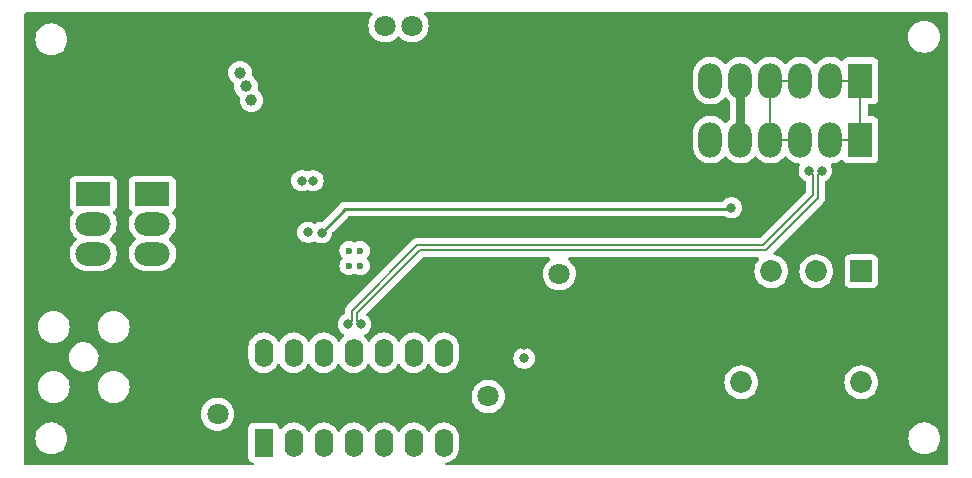
<source format=gbr>
%TF.GenerationSoftware,KiCad,Pcbnew,7.0.1*%
%TF.CreationDate,2023-12-13T14:51:24+00:00*%
%TF.ProjectId,UoB Amptek,556f4220-416d-4707-9465-6b2e6b696361,1*%
%TF.SameCoordinates,Original*%
%TF.FileFunction,Copper,L3,Inr*%
%TF.FilePolarity,Positive*%
%FSLAX46Y46*%
G04 Gerber Fmt 4.6, Leading zero omitted, Abs format (unit mm)*
G04 Created by KiCad (PCBNEW 7.0.1) date 2023-12-13 14:51:24*
%MOMM*%
%LPD*%
G01*
G04 APERTURE LIST*
%TA.AperFunction,ComponentPad*%
%ADD10R,3.000000X2.000000*%
%TD*%
%TA.AperFunction,ComponentPad*%
%ADD11O,3.000000X2.000000*%
%TD*%
%TA.AperFunction,ComponentPad*%
%ADD12C,0.600000*%
%TD*%
%TA.AperFunction,ComponentPad*%
%ADD13R,2.000000X3.000000*%
%TD*%
%TA.AperFunction,ComponentPad*%
%ADD14O,2.000000X3.000000*%
%TD*%
%TA.AperFunction,ComponentPad*%
%ADD15C,1.000000*%
%TD*%
%TA.AperFunction,ComponentPad*%
%ADD16R,1.600000X2.400000*%
%TD*%
%TA.AperFunction,ComponentPad*%
%ADD17O,1.600000X2.400000*%
%TD*%
%TA.AperFunction,ComponentPad*%
%ADD18R,1.850000X1.850000*%
%TD*%
%TA.AperFunction,ComponentPad*%
%ADD19C,1.850000*%
%TD*%
%TA.AperFunction,ViaPad*%
%ADD20C,1.800000*%
%TD*%
%TA.AperFunction,ViaPad*%
%ADD21C,0.800000*%
%TD*%
%TA.AperFunction,Conductor*%
%ADD22C,0.250000*%
%TD*%
%TA.AperFunction,Conductor*%
%ADD23C,0.200000*%
%TD*%
%TA.AperFunction,Conductor*%
%ADD24C,0.800000*%
%TD*%
G04 APERTURE END LIST*
D10*
%TO.N,/+9V*%
%TO.C,J1*%
X95678000Y-71221600D03*
X90678000Y-71221600D03*
D11*
%TO.N,GND*%
X95678000Y-73761600D03*
X90678000Y-73761600D03*
%TO.N,/-9V*%
X95678000Y-76301600D03*
X90678000Y-76301600D03*
%TD*%
D12*
%TO.N,GND*%
%TO.C,U4*%
X112316400Y-76037600D03*
X112316400Y-77327600D03*
X113286400Y-76037600D03*
X113286400Y-77327600D03*
%TD*%
D13*
%TO.N,/Vo-*%
%TO.C,J4*%
X155625800Y-66649600D03*
X155625800Y-61649600D03*
D14*
X153085800Y-66649600D03*
X153085800Y-61649600D03*
%TO.N,/Vo+*%
X150545800Y-66649600D03*
X150545800Y-61649600D03*
X148005800Y-66649600D03*
X148005800Y-61649600D03*
%TO.N,GND*%
X145465800Y-66649600D03*
X145465800Y-61649600D03*
%TO.N,/Vocm*%
X142925800Y-66649600D03*
X142925800Y-61649600D03*
%TD*%
D15*
%TO.N,unconnected-(TP2-Pad1)*%
%TO.C,IAC*%
X103100604Y-60971500D03*
%TO.N,N/C*%
X103608604Y-62139900D03*
X104065804Y-63333700D03*
%TD*%
D16*
%TO.N,Net-(U3-IN)*%
%TO.C,U3*%
X105105200Y-92303600D03*
D17*
%TO.N,GND*%
X107645200Y-92303600D03*
X110185200Y-92303600D03*
X112725200Y-92303600D03*
X115265200Y-92303600D03*
X117805200Y-92303600D03*
X120345200Y-92303600D03*
%TO.N,Net-(R4-Pad2)*%
X120345200Y-84683600D03*
%TO.N,GND*%
X117805200Y-84683600D03*
X115265200Y-84683600D03*
%TO.N,/+6V*%
X112725200Y-84683600D03*
%TO.N,Net-(U3-TMG-)*%
X110185200Y-84683600D03*
%TO.N,GND*%
X107645200Y-84683600D03*
%TO.N,unconnected-(U3-COMP-Pad14)*%
X105105200Y-84683600D03*
%TD*%
D18*
%TO.N,GND*%
%TO.C,PS1*%
X155702000Y-77800000D03*
D19*
%TO.N,/+1-5V HiVip*%
X151892000Y-77800000D03*
%TO.N,Net-(PS1-+HV)*%
X155702000Y-87198000D03*
%TO.N,GND*%
X145542000Y-87198000D03*
%TO.N,N/C*%
X148082000Y-77800000D03*
%TD*%
D20*
%TO.N,/+6V*%
X130124200Y-78003400D03*
D21*
X108837600Y-74498200D03*
D20*
X115366800Y-56997600D03*
X117652800Y-56997600D03*
D21*
X108331000Y-70129400D03*
X109270800Y-70129400D03*
X127152400Y-85166200D03*
%TO.N,/-6V*%
X115848000Y-70129400D03*
D20*
X133934200Y-56946800D03*
D21*
X127152400Y-84023200D03*
D20*
X131699000Y-56946800D03*
D21*
X116789200Y-70129400D03*
D20*
X126060200Y-77978000D03*
D21*
X116813200Y-74498200D03*
%TO.N,/Vo-*%
X113314800Y-82296000D03*
X152340800Y-69291200D03*
%TO.N,/Vo+*%
X151290800Y-69291200D03*
X112264800Y-82296000D03*
%TO.N,/Vocm*%
X110006000Y-74523600D03*
X144703800Y-72415400D03*
D20*
%TO.N,Net-(C20-Pad2)*%
X124104400Y-88392000D03*
X101193600Y-89890600D03*
%TD*%
D22*
%TO.N,/Vocm*%
X144602200Y-72517000D02*
X144703800Y-72415400D01*
X112012600Y-72517000D02*
X144602200Y-72517000D01*
X110006000Y-74523600D02*
X112012600Y-72517000D01*
D23*
%TO.N,/Vo+*%
X151640800Y-69641200D02*
X151290800Y-69291200D01*
X151640800Y-71341196D02*
X151640800Y-69641200D01*
X151469853Y-71512143D02*
X151640800Y-71341196D01*
%TO.N,/Vo-*%
X152040800Y-69591200D02*
X152340800Y-69291200D01*
X147599796Y-76018600D02*
X152040800Y-71577596D01*
X118304800Y-76018600D02*
X147599796Y-76018600D01*
X113014801Y-81308599D02*
X118304800Y-76018600D01*
X152040800Y-71577596D02*
X152040800Y-69591200D01*
X113014801Y-81996001D02*
X113014801Y-81308599D01*
X113314800Y-82296000D02*
X113014801Y-81996001D01*
%TO.N,/Vo+*%
X151290800Y-69291200D02*
X151590800Y-69591200D01*
X118118400Y-75568600D02*
X147413396Y-75568600D01*
X147413396Y-75568600D02*
X151469853Y-71512143D01*
X112564799Y-81122201D02*
X118118400Y-75568600D01*
X112564799Y-81996001D02*
X112564799Y-81122201D01*
X112264800Y-82296000D02*
X112564799Y-81996001D01*
D24*
%TO.N,GND*%
X145465800Y-66649600D02*
X145465800Y-61649600D01*
D23*
%TO.N,/Vo-*%
X155625800Y-61649600D02*
X153085800Y-61649600D01*
X153085800Y-66649600D02*
X155625800Y-66649600D01*
X155625800Y-66649600D02*
X155625800Y-61649600D01*
%TO.N,/Vo+*%
X148005800Y-66649600D02*
X150545800Y-66649600D01*
X148005800Y-61649600D02*
X148005800Y-66649600D01*
X150545800Y-61649600D02*
X148005800Y-61649600D01*
%TD*%
%TA.AperFunction,Conductor*%
%TO.N,/-6V*%
G36*
X114264743Y-55893053D02*
G01*
X114308463Y-55929466D01*
X114331319Y-55981570D01*
X114328498Y-56038397D01*
X114300594Y-56087982D01*
X114257822Y-56134444D01*
X114130876Y-56328750D01*
X114037644Y-56541296D01*
X114037642Y-56541300D01*
X114037643Y-56541300D01*
X114022187Y-56602336D01*
X113980665Y-56766300D01*
X113961499Y-56997599D01*
X113980665Y-57228899D01*
X113980665Y-57228901D01*
X113980666Y-57228905D01*
X114037643Y-57453900D01*
X114037644Y-57453903D01*
X114052676Y-57488172D01*
X114130876Y-57666449D01*
X114257821Y-57860753D01*
X114415016Y-58031513D01*
X114598174Y-58174070D01*
X114802297Y-58284536D01*
X114912058Y-58322217D01*
X115021815Y-58359897D01*
X115021817Y-58359897D01*
X115021819Y-58359898D01*
X115250751Y-58398100D01*
X115482848Y-58398100D01*
X115482849Y-58398100D01*
X115711781Y-58359898D01*
X115931303Y-58284536D01*
X116135426Y-58174070D01*
X116318584Y-58031513D01*
X116418571Y-57922896D01*
X116476059Y-57887560D01*
X116543541Y-57887560D01*
X116601028Y-57922896D01*
X116701016Y-58031513D01*
X116884174Y-58174070D01*
X117088297Y-58284536D01*
X117198058Y-58322217D01*
X117307815Y-58359897D01*
X117307817Y-58359897D01*
X117307819Y-58359898D01*
X117536751Y-58398100D01*
X117768848Y-58398100D01*
X117768849Y-58398100D01*
X117997781Y-58359898D01*
X118217303Y-58284536D01*
X118421426Y-58174070D01*
X118604584Y-58031513D01*
X118691222Y-57937399D01*
X159654940Y-57937399D01*
X159675536Y-58172807D01*
X159705474Y-58284536D01*
X159736697Y-58401063D01*
X159836565Y-58615229D01*
X159972105Y-58808801D01*
X160139199Y-58975895D01*
X160332771Y-59111435D01*
X160546937Y-59211303D01*
X160775192Y-59272463D01*
X160951632Y-59287900D01*
X160951634Y-59287900D01*
X161069566Y-59287900D01*
X161069568Y-59287900D01*
X161187193Y-59277608D01*
X161246008Y-59272463D01*
X161474263Y-59211303D01*
X161688429Y-59111435D01*
X161882001Y-58975895D01*
X162049095Y-58808801D01*
X162184635Y-58615230D01*
X162284503Y-58401063D01*
X162345663Y-58172808D01*
X162366259Y-57937400D01*
X162361898Y-57887560D01*
X162345663Y-57701992D01*
X162336139Y-57666449D01*
X162284503Y-57473737D01*
X162184635Y-57259571D01*
X162049095Y-57065999D01*
X161882001Y-56898905D01*
X161688429Y-56763365D01*
X161474263Y-56663497D01*
X161474262Y-56663496D01*
X161246007Y-56602336D01*
X161069568Y-56586900D01*
X161069566Y-56586900D01*
X160951634Y-56586900D01*
X160951632Y-56586900D01*
X160775192Y-56602336D01*
X160546936Y-56663497D01*
X160332770Y-56763365D01*
X160139198Y-56898905D01*
X159972108Y-57065995D01*
X159836564Y-57259572D01*
X159736697Y-57473737D01*
X159675536Y-57701992D01*
X159654940Y-57937399D01*
X118691222Y-57937399D01*
X118761779Y-57860753D01*
X118888724Y-57666449D01*
X118981957Y-57453900D01*
X119038934Y-57228905D01*
X119058100Y-56997600D01*
X119038934Y-56766295D01*
X118981957Y-56541300D01*
X118888724Y-56328751D01*
X118761779Y-56134447D01*
X118761778Y-56134446D01*
X118761777Y-56134444D01*
X118719006Y-56087982D01*
X118691102Y-56038397D01*
X118688281Y-55981570D01*
X118711137Y-55929466D01*
X118754857Y-55893053D01*
X118810236Y-55880000D01*
X162944000Y-55880000D01*
X163006000Y-55896613D01*
X163051387Y-55942000D01*
X163068000Y-56004000D01*
X163068000Y-94110000D01*
X163051387Y-94172000D01*
X163006000Y-94217387D01*
X162944000Y-94234000D01*
X120600292Y-94234000D01*
X120543035Y-94219989D01*
X120498717Y-94181123D01*
X120477353Y-94126185D01*
X120483770Y-94067590D01*
X120516519Y-94018578D01*
X120568198Y-93990225D01*
X120616306Y-93977334D01*
X120791696Y-93930339D01*
X120997934Y-93834168D01*
X121184339Y-93703647D01*
X121345247Y-93542739D01*
X121475768Y-93356334D01*
X121571939Y-93150096D01*
X121630835Y-92930292D01*
X121645700Y-92760384D01*
X121645700Y-91947999D01*
X159680340Y-91947999D01*
X159700936Y-92183407D01*
X159762097Y-92411662D01*
X159762097Y-92411663D01*
X159861965Y-92625829D01*
X159997505Y-92819401D01*
X160164599Y-92986495D01*
X160358171Y-93122035D01*
X160572337Y-93221903D01*
X160800592Y-93283063D01*
X160977032Y-93298500D01*
X160977034Y-93298500D01*
X161094966Y-93298500D01*
X161094968Y-93298500D01*
X161212593Y-93288208D01*
X161271408Y-93283063D01*
X161499663Y-93221903D01*
X161713829Y-93122035D01*
X161907401Y-92986495D01*
X162074495Y-92819401D01*
X162210035Y-92625830D01*
X162309903Y-92411663D01*
X162371063Y-92183408D01*
X162391659Y-91948000D01*
X162371063Y-91712592D01*
X162309903Y-91484337D01*
X162210035Y-91270171D01*
X162074495Y-91076599D01*
X161907401Y-90909505D01*
X161713829Y-90773965D01*
X161499663Y-90674097D01*
X161271407Y-90612936D01*
X161094968Y-90597500D01*
X161094966Y-90597500D01*
X160977034Y-90597500D01*
X160977032Y-90597500D01*
X160800592Y-90612936D01*
X160572336Y-90674097D01*
X160358170Y-90773965D01*
X160164598Y-90909505D01*
X159997508Y-91076595D01*
X159997505Y-91076598D01*
X159997505Y-91076599D01*
X159875484Y-91250864D01*
X159861964Y-91270172D01*
X159762097Y-91484337D01*
X159700936Y-91712592D01*
X159680340Y-91947999D01*
X121645700Y-91947999D01*
X121645700Y-91846816D01*
X121630835Y-91676908D01*
X121571939Y-91457104D01*
X121475768Y-91250866D01*
X121424422Y-91177536D01*
X121345246Y-91064459D01*
X121184340Y-90903553D01*
X120997935Y-90773032D01*
X120791697Y-90676861D01*
X120571889Y-90617964D01*
X120345200Y-90598131D01*
X120118510Y-90617964D01*
X119898702Y-90676861D01*
X119692464Y-90773032D01*
X119506059Y-90903553D01*
X119345153Y-91064459D01*
X119214633Y-91250863D01*
X119187582Y-91308875D01*
X119141825Y-91361050D01*
X119075200Y-91380469D01*
X119008575Y-91361050D01*
X118962818Y-91308875D01*
X118935768Y-91250866D01*
X118849877Y-91128200D01*
X118805246Y-91064459D01*
X118644340Y-90903553D01*
X118457935Y-90773032D01*
X118251697Y-90676861D01*
X118031889Y-90617964D01*
X117805200Y-90598131D01*
X117578510Y-90617964D01*
X117358702Y-90676861D01*
X117152464Y-90773032D01*
X116966059Y-90903553D01*
X116805153Y-91064459D01*
X116674633Y-91250863D01*
X116647582Y-91308875D01*
X116601825Y-91361050D01*
X116535200Y-91380469D01*
X116468575Y-91361050D01*
X116422818Y-91308875D01*
X116395768Y-91250866D01*
X116309877Y-91128200D01*
X116265246Y-91064459D01*
X116104340Y-90903553D01*
X115917935Y-90773032D01*
X115711697Y-90676861D01*
X115491889Y-90617964D01*
X115265200Y-90598131D01*
X115038510Y-90617964D01*
X114818702Y-90676861D01*
X114612464Y-90773032D01*
X114426059Y-90903553D01*
X114265153Y-91064459D01*
X114134633Y-91250863D01*
X114107582Y-91308875D01*
X114061825Y-91361050D01*
X113995200Y-91380469D01*
X113928575Y-91361050D01*
X113882818Y-91308875D01*
X113855768Y-91250866D01*
X113769877Y-91128200D01*
X113725246Y-91064459D01*
X113564340Y-90903553D01*
X113377935Y-90773032D01*
X113171697Y-90676861D01*
X112951889Y-90617964D01*
X112725200Y-90598131D01*
X112498510Y-90617964D01*
X112278702Y-90676861D01*
X112072464Y-90773032D01*
X111886059Y-90903553D01*
X111725153Y-91064459D01*
X111594633Y-91250863D01*
X111567582Y-91308875D01*
X111521825Y-91361050D01*
X111455200Y-91380469D01*
X111388575Y-91361050D01*
X111342818Y-91308875D01*
X111315768Y-91250866D01*
X111229877Y-91128200D01*
X111185246Y-91064459D01*
X111024340Y-90903553D01*
X110837935Y-90773032D01*
X110631697Y-90676861D01*
X110411889Y-90617964D01*
X110185200Y-90598131D01*
X109958510Y-90617964D01*
X109738702Y-90676861D01*
X109532464Y-90773032D01*
X109346059Y-90903553D01*
X109185153Y-91064459D01*
X109054633Y-91250863D01*
X109027582Y-91308875D01*
X108981825Y-91361050D01*
X108915200Y-91380469D01*
X108848575Y-91361050D01*
X108802818Y-91308875D01*
X108775768Y-91250866D01*
X108689877Y-91128200D01*
X108645246Y-91064459D01*
X108484340Y-90903553D01*
X108297935Y-90773032D01*
X108091697Y-90676861D01*
X107871889Y-90617964D01*
X107645200Y-90598131D01*
X107418510Y-90617964D01*
X107198702Y-90676861D01*
X106992464Y-90773032D01*
X106806059Y-90903553D01*
X106645151Y-91064461D01*
X106627925Y-91089063D01*
X106583082Y-91128200D01*
X106525169Y-91141933D01*
X106467528Y-91127099D01*
X106423439Y-91087114D01*
X106403061Y-91031192D01*
X106399291Y-90996117D01*
X106348996Y-90861269D01*
X106262746Y-90746054D01*
X106147531Y-90659804D01*
X106012683Y-90609509D01*
X105953073Y-90603100D01*
X105953069Y-90603100D01*
X104257330Y-90603100D01*
X104197715Y-90609509D01*
X104062869Y-90659804D01*
X103947654Y-90746054D01*
X103861404Y-90861268D01*
X103811109Y-90996116D01*
X103804700Y-91055730D01*
X103804700Y-93551469D01*
X103811109Y-93611083D01*
X103861404Y-93745931D01*
X103947654Y-93861146D01*
X104062869Y-93947396D01*
X104175045Y-93989235D01*
X104187333Y-93993818D01*
X104242195Y-94034280D01*
X104267380Y-94097626D01*
X104255276Y-94164711D01*
X104209542Y-94215262D01*
X104143999Y-94234000D01*
X84960000Y-94234000D01*
X84898000Y-94217387D01*
X84852613Y-94172000D01*
X84836000Y-94110000D01*
X84836000Y-91947999D01*
X85766340Y-91947999D01*
X85786936Y-92183407D01*
X85848097Y-92411662D01*
X85848097Y-92411663D01*
X85947965Y-92625829D01*
X86083505Y-92819401D01*
X86250599Y-92986495D01*
X86444171Y-93122035D01*
X86658337Y-93221903D01*
X86886592Y-93283063D01*
X87063032Y-93298500D01*
X87063034Y-93298500D01*
X87180966Y-93298500D01*
X87180968Y-93298500D01*
X87298593Y-93288208D01*
X87357408Y-93283063D01*
X87585663Y-93221903D01*
X87799829Y-93122035D01*
X87993401Y-92986495D01*
X88160495Y-92819401D01*
X88296035Y-92625830D01*
X88395903Y-92411663D01*
X88457063Y-92183408D01*
X88477659Y-91948000D01*
X88457063Y-91712592D01*
X88395903Y-91484337D01*
X88296035Y-91270171D01*
X88160495Y-91076599D01*
X87993401Y-90909505D01*
X87799829Y-90773965D01*
X87585663Y-90674097D01*
X87357407Y-90612936D01*
X87180968Y-90597500D01*
X87180966Y-90597500D01*
X87063034Y-90597500D01*
X87063032Y-90597500D01*
X86886592Y-90612936D01*
X86658336Y-90674097D01*
X86444170Y-90773965D01*
X86250598Y-90909505D01*
X86083508Y-91076595D01*
X86083505Y-91076598D01*
X86083505Y-91076599D01*
X85961484Y-91250864D01*
X85947964Y-91270172D01*
X85848097Y-91484337D01*
X85786936Y-91712592D01*
X85766340Y-91947999D01*
X84836000Y-91947999D01*
X84836000Y-89890600D01*
X99788299Y-89890600D01*
X99807465Y-90121899D01*
X99807465Y-90121901D01*
X99807466Y-90121905D01*
X99864443Y-90346900D01*
X99957676Y-90559449D01*
X100084621Y-90753753D01*
X100241816Y-90924513D01*
X100424974Y-91067070D01*
X100629097Y-91177536D01*
X100738857Y-91215216D01*
X100848615Y-91252897D01*
X100848617Y-91252897D01*
X100848619Y-91252898D01*
X101077551Y-91291100D01*
X101309648Y-91291100D01*
X101309649Y-91291100D01*
X101538581Y-91252898D01*
X101758103Y-91177536D01*
X101962226Y-91067070D01*
X102145384Y-90924513D01*
X102302579Y-90753753D01*
X102429524Y-90559449D01*
X102522757Y-90346900D01*
X102579734Y-90121905D01*
X102598900Y-89890600D01*
X102579734Y-89659295D01*
X102522757Y-89434300D01*
X102429524Y-89221751D01*
X102302579Y-89027447D01*
X102145384Y-88856687D01*
X101962226Y-88714130D01*
X101758103Y-88603664D01*
X101758099Y-88603662D01*
X101758098Y-88603662D01*
X101538584Y-88528302D01*
X101366882Y-88499650D01*
X101309649Y-88490100D01*
X101077551Y-88490100D01*
X101031764Y-88497740D01*
X100848615Y-88528302D01*
X100629101Y-88603662D01*
X100629097Y-88603663D01*
X100629097Y-88603664D01*
X100493015Y-88677307D01*
X100424972Y-88714131D01*
X100241815Y-88856687D01*
X100084620Y-89027448D01*
X99957676Y-89221750D01*
X99864444Y-89434296D01*
X99807465Y-89659300D01*
X99788299Y-89890600D01*
X84836000Y-89890600D01*
X84836000Y-89340099D01*
X85359500Y-89340099D01*
X85359617Y-89340383D01*
X85359808Y-89340461D01*
X85359999Y-89340541D01*
X85360000Y-89340541D01*
X85360001Y-89340541D01*
X85360127Y-89340488D01*
X85360383Y-89340383D01*
X85360500Y-89340099D01*
X85360500Y-87580000D01*
X85964340Y-87580000D01*
X85984936Y-87815407D01*
X86046096Y-88043662D01*
X86046097Y-88043663D01*
X86145965Y-88257829D01*
X86281505Y-88451401D01*
X86448599Y-88618495D01*
X86642171Y-88754035D01*
X86856337Y-88853903D01*
X87084591Y-88915062D01*
X87084592Y-88915063D01*
X87261032Y-88930500D01*
X87261034Y-88930500D01*
X87378966Y-88930500D01*
X87378968Y-88930500D01*
X87496593Y-88920208D01*
X87555408Y-88915063D01*
X87783663Y-88853903D01*
X87997829Y-88754035D01*
X88191401Y-88618495D01*
X88358495Y-88451401D01*
X88494035Y-88257830D01*
X88593903Y-88043663D01*
X88655063Y-87815408D01*
X88675659Y-87580000D01*
X91044340Y-87580000D01*
X91064936Y-87815407D01*
X91126096Y-88043662D01*
X91126097Y-88043663D01*
X91225965Y-88257829D01*
X91361505Y-88451401D01*
X91528599Y-88618495D01*
X91722171Y-88754035D01*
X91936337Y-88853903D01*
X92164591Y-88915062D01*
X92164592Y-88915063D01*
X92341032Y-88930500D01*
X92341034Y-88930500D01*
X92458966Y-88930500D01*
X92458968Y-88930500D01*
X92576593Y-88920208D01*
X92635408Y-88915063D01*
X92863663Y-88853903D01*
X93077829Y-88754035D01*
X93271401Y-88618495D01*
X93438495Y-88451401D01*
X93480089Y-88391999D01*
X122699099Y-88391999D01*
X122718265Y-88623299D01*
X122718265Y-88623301D01*
X122718266Y-88623305D01*
X122751372Y-88754035D01*
X122775244Y-88848303D01*
X122778922Y-88856687D01*
X122868476Y-89060849D01*
X122995421Y-89255153D01*
X123152616Y-89425913D01*
X123335774Y-89568470D01*
X123539897Y-89678936D01*
X123649657Y-89716616D01*
X123759415Y-89754297D01*
X123759417Y-89754297D01*
X123759419Y-89754298D01*
X123988351Y-89792500D01*
X124220448Y-89792500D01*
X124220449Y-89792500D01*
X124449381Y-89754298D01*
X124668903Y-89678936D01*
X124873026Y-89568470D01*
X125056184Y-89425913D01*
X125213379Y-89255153D01*
X125340324Y-89060849D01*
X125433557Y-88848300D01*
X125490534Y-88623305D01*
X125509700Y-88392000D01*
X125490534Y-88160695D01*
X125433557Y-87935700D01*
X125340324Y-87723151D01*
X125213379Y-87528847D01*
X125056184Y-87358087D01*
X124873026Y-87215530D01*
X124840633Y-87198000D01*
X144111614Y-87198000D01*
X144131123Y-87433429D01*
X144131123Y-87433432D01*
X144131124Y-87433434D01*
X144168239Y-87580000D01*
X144189118Y-87662447D01*
X144284013Y-87878788D01*
X144413226Y-88076563D01*
X144573223Y-88250365D01*
X144573227Y-88250368D01*
X144759654Y-88395470D01*
X144967421Y-88507908D01*
X145026826Y-88528302D01*
X145190857Y-88584615D01*
X145190859Y-88584615D01*
X145190861Y-88584616D01*
X145423880Y-88623500D01*
X145660119Y-88623500D01*
X145660120Y-88623500D01*
X145893139Y-88584616D01*
X146116579Y-88507908D01*
X146324346Y-88395470D01*
X146510773Y-88250368D01*
X146670775Y-88076561D01*
X146799986Y-87878788D01*
X146894883Y-87662445D01*
X146952876Y-87433434D01*
X146972385Y-87198000D01*
X154271614Y-87198000D01*
X154291123Y-87433429D01*
X154291123Y-87433432D01*
X154291124Y-87433434D01*
X154328239Y-87580000D01*
X154349118Y-87662447D01*
X154444013Y-87878788D01*
X154573226Y-88076563D01*
X154733223Y-88250365D01*
X154733227Y-88250368D01*
X154919654Y-88395470D01*
X155127421Y-88507908D01*
X155186826Y-88528302D01*
X155350857Y-88584615D01*
X155350859Y-88584615D01*
X155350861Y-88584616D01*
X155583880Y-88623500D01*
X155820119Y-88623500D01*
X155820120Y-88623500D01*
X156053139Y-88584616D01*
X156276579Y-88507908D01*
X156484346Y-88395470D01*
X156670773Y-88250368D01*
X156830775Y-88076561D01*
X156959986Y-87878788D01*
X157054883Y-87662445D01*
X157112876Y-87433434D01*
X157132385Y-87198000D01*
X157112876Y-86962566D01*
X157054883Y-86733555D01*
X156959986Y-86517212D01*
X156959986Y-86517211D01*
X156830773Y-86319436D01*
X156670776Y-86145634D01*
X156555312Y-86055765D01*
X156484346Y-86000530D01*
X156276579Y-85888092D01*
X156276575Y-85888090D01*
X156276574Y-85888090D01*
X156053142Y-85811384D01*
X155878374Y-85782220D01*
X155820120Y-85772500D01*
X155583880Y-85772500D01*
X155537276Y-85780276D01*
X155350857Y-85811384D01*
X155127425Y-85888090D01*
X155127421Y-85888091D01*
X155127421Y-85888092D01*
X155063399Y-85922739D01*
X154919652Y-86000531D01*
X154733223Y-86145634D01*
X154573226Y-86319436D01*
X154444013Y-86517211D01*
X154349118Y-86733552D01*
X154291123Y-86962570D01*
X154271614Y-87198000D01*
X146972385Y-87198000D01*
X146952876Y-86962566D01*
X146894883Y-86733555D01*
X146799986Y-86517212D01*
X146799986Y-86517211D01*
X146670773Y-86319436D01*
X146510776Y-86145634D01*
X146395312Y-86055765D01*
X146324346Y-86000530D01*
X146116579Y-85888092D01*
X146116575Y-85888090D01*
X146116574Y-85888090D01*
X145893142Y-85811384D01*
X145718374Y-85782220D01*
X145660120Y-85772500D01*
X145423880Y-85772500D01*
X145377276Y-85780276D01*
X145190857Y-85811384D01*
X144967425Y-85888090D01*
X144967421Y-85888091D01*
X144967421Y-85888092D01*
X144903399Y-85922739D01*
X144759652Y-86000531D01*
X144573223Y-86145634D01*
X144413226Y-86319436D01*
X144284013Y-86517211D01*
X144189118Y-86733552D01*
X144131123Y-86962570D01*
X144111614Y-87198000D01*
X124840633Y-87198000D01*
X124668903Y-87105064D01*
X124668899Y-87105062D01*
X124668898Y-87105062D01*
X124449384Y-87029702D01*
X124277681Y-87001050D01*
X124220449Y-86991500D01*
X123988351Y-86991500D01*
X123942564Y-86999140D01*
X123759415Y-87029702D01*
X123539901Y-87105062D01*
X123539897Y-87105063D01*
X123539897Y-87105064D01*
X123403815Y-87178707D01*
X123335772Y-87215531D01*
X123152615Y-87358087D01*
X122995420Y-87528848D01*
X122868476Y-87723150D01*
X122775244Y-87935696D01*
X122718265Y-88160700D01*
X122699099Y-88391999D01*
X93480089Y-88391999D01*
X93574035Y-88257830D01*
X93673903Y-88043663D01*
X93735063Y-87815408D01*
X93755659Y-87580000D01*
X93735063Y-87344592D01*
X93673903Y-87116337D01*
X93574035Y-86902171D01*
X93438495Y-86708599D01*
X93271401Y-86541505D01*
X93077829Y-86405965D01*
X92863663Y-86306097D01*
X92635407Y-86244936D01*
X92458968Y-86229500D01*
X92458966Y-86229500D01*
X92341034Y-86229500D01*
X92341032Y-86229500D01*
X92164592Y-86244936D01*
X91936336Y-86306097D01*
X91722170Y-86405965D01*
X91528598Y-86541505D01*
X91361508Y-86708595D01*
X91225964Y-86902172D01*
X91126097Y-87116337D01*
X91064936Y-87344592D01*
X91044340Y-87580000D01*
X88675659Y-87580000D01*
X88655063Y-87344592D01*
X88593903Y-87116337D01*
X88494035Y-86902171D01*
X88358495Y-86708599D01*
X88191401Y-86541505D01*
X87997829Y-86405965D01*
X87783663Y-86306097D01*
X87555407Y-86244936D01*
X87378968Y-86229500D01*
X87378966Y-86229500D01*
X87261034Y-86229500D01*
X87261032Y-86229500D01*
X87084592Y-86244936D01*
X86856336Y-86306097D01*
X86642170Y-86405965D01*
X86448598Y-86541505D01*
X86281508Y-86708595D01*
X86145964Y-86902172D01*
X86046097Y-87116337D01*
X85984936Y-87344592D01*
X85964340Y-87580000D01*
X85360500Y-87580000D01*
X85360500Y-85096328D01*
X88605709Y-85096328D01*
X88635925Y-85319388D01*
X88704388Y-85530096D01*
X88705483Y-85533464D01*
X88812148Y-85731681D01*
X88912032Y-85856931D01*
X88936880Y-85888090D01*
X88952492Y-85907666D01*
X89122004Y-86055765D01*
X89122006Y-86055766D01*
X89315237Y-86171216D01*
X89433214Y-86215493D01*
X89525976Y-86250307D01*
X89747453Y-86290500D01*
X89916153Y-86290500D01*
X89916155Y-86290500D01*
X90084188Y-86275377D01*
X90301170Y-86215493D01*
X90503973Y-86117829D01*
X90686078Y-85985522D01*
X90841632Y-85822825D01*
X90965635Y-85634968D01*
X91054103Y-85427988D01*
X91104191Y-85208537D01*
X91107252Y-85140386D01*
X103804700Y-85140386D01*
X103819564Y-85310289D01*
X103878461Y-85530097D01*
X103974632Y-85736335D01*
X104105153Y-85922740D01*
X104266059Y-86083646D01*
X104452464Y-86214167D01*
X104452465Y-86214167D01*
X104452466Y-86214168D01*
X104658704Y-86310339D01*
X104878508Y-86369235D01*
X105105200Y-86389068D01*
X105331892Y-86369235D01*
X105551696Y-86310339D01*
X105757934Y-86214168D01*
X105944339Y-86083647D01*
X106105247Y-85922739D01*
X106235768Y-85736334D01*
X106262818Y-85678324D01*
X106308575Y-85626149D01*
X106375200Y-85606729D01*
X106441825Y-85626149D01*
X106487582Y-85678325D01*
X106514631Y-85736333D01*
X106645153Y-85922740D01*
X106806059Y-86083646D01*
X106992464Y-86214167D01*
X106992465Y-86214167D01*
X106992466Y-86214168D01*
X107198704Y-86310339D01*
X107418508Y-86369235D01*
X107645200Y-86389068D01*
X107871892Y-86369235D01*
X108091696Y-86310339D01*
X108297934Y-86214168D01*
X108484339Y-86083647D01*
X108645247Y-85922739D01*
X108775768Y-85736334D01*
X108802818Y-85678324D01*
X108848575Y-85626149D01*
X108915200Y-85606729D01*
X108981825Y-85626149D01*
X109027582Y-85678325D01*
X109054631Y-85736333D01*
X109185153Y-85922740D01*
X109346059Y-86083646D01*
X109532464Y-86214167D01*
X109532465Y-86214167D01*
X109532466Y-86214168D01*
X109738704Y-86310339D01*
X109958508Y-86369235D01*
X110185200Y-86389068D01*
X110411892Y-86369235D01*
X110631696Y-86310339D01*
X110837934Y-86214168D01*
X111024339Y-86083647D01*
X111185247Y-85922739D01*
X111315768Y-85736334D01*
X111342818Y-85678324D01*
X111388575Y-85626149D01*
X111455200Y-85606729D01*
X111521825Y-85626149D01*
X111567582Y-85678325D01*
X111594631Y-85736333D01*
X111725153Y-85922740D01*
X111886059Y-86083646D01*
X112072464Y-86214167D01*
X112072465Y-86214167D01*
X112072466Y-86214168D01*
X112278704Y-86310339D01*
X112498508Y-86369235D01*
X112725200Y-86389068D01*
X112951892Y-86369235D01*
X113171696Y-86310339D01*
X113377934Y-86214168D01*
X113564339Y-86083647D01*
X113725247Y-85922739D01*
X113855768Y-85736334D01*
X113882818Y-85678324D01*
X113928575Y-85626149D01*
X113995200Y-85606729D01*
X114061825Y-85626149D01*
X114107582Y-85678325D01*
X114134631Y-85736333D01*
X114265153Y-85922740D01*
X114426059Y-86083646D01*
X114612464Y-86214167D01*
X114612465Y-86214167D01*
X114612466Y-86214168D01*
X114818704Y-86310339D01*
X115038508Y-86369235D01*
X115265200Y-86389068D01*
X115491892Y-86369235D01*
X115711696Y-86310339D01*
X115917934Y-86214168D01*
X116104339Y-86083647D01*
X116265247Y-85922739D01*
X116395768Y-85736334D01*
X116422818Y-85678324D01*
X116468575Y-85626149D01*
X116535200Y-85606729D01*
X116601825Y-85626149D01*
X116647582Y-85678325D01*
X116674631Y-85736333D01*
X116805153Y-85922740D01*
X116966059Y-86083646D01*
X117152464Y-86214167D01*
X117152465Y-86214167D01*
X117152466Y-86214168D01*
X117358704Y-86310339D01*
X117578508Y-86369235D01*
X117805200Y-86389068D01*
X118031892Y-86369235D01*
X118251696Y-86310339D01*
X118457934Y-86214168D01*
X118644339Y-86083647D01*
X118805247Y-85922739D01*
X118935768Y-85736334D01*
X118962818Y-85678324D01*
X119008575Y-85626149D01*
X119075200Y-85606729D01*
X119141825Y-85626149D01*
X119187582Y-85678325D01*
X119214631Y-85736333D01*
X119345153Y-85922740D01*
X119506059Y-86083646D01*
X119692464Y-86214167D01*
X119692465Y-86214167D01*
X119692466Y-86214168D01*
X119898704Y-86310339D01*
X120118508Y-86369235D01*
X120345200Y-86389068D01*
X120571892Y-86369235D01*
X120791696Y-86310339D01*
X120997934Y-86214168D01*
X121184339Y-86083647D01*
X121345247Y-85922739D01*
X121475768Y-85736334D01*
X121571939Y-85530096D01*
X121630835Y-85310292D01*
X121639754Y-85208347D01*
X121643442Y-85166199D01*
X126246940Y-85166199D01*
X126266726Y-85354457D01*
X126325220Y-85534484D01*
X126419866Y-85698416D01*
X126546529Y-85839089D01*
X126699669Y-85950351D01*
X126872597Y-86027344D01*
X127057752Y-86066700D01*
X127057754Y-86066700D01*
X127247046Y-86066700D01*
X127247048Y-86066700D01*
X127370483Y-86040462D01*
X127432203Y-86027344D01*
X127605130Y-85950351D01*
X127605130Y-85950350D01*
X127758270Y-85839089D01*
X127884933Y-85698416D01*
X127979579Y-85534484D01*
X127981005Y-85530096D01*
X128038074Y-85354456D01*
X128057860Y-85166200D01*
X128038074Y-84977944D01*
X127979579Y-84797916D01*
X127979579Y-84797915D01*
X127884933Y-84633983D01*
X127758270Y-84493310D01*
X127605130Y-84382048D01*
X127432202Y-84305055D01*
X127247048Y-84265700D01*
X127247046Y-84265700D01*
X127057754Y-84265700D01*
X127057752Y-84265700D01*
X126872597Y-84305055D01*
X126699669Y-84382048D01*
X126546529Y-84493310D01*
X126419866Y-84633983D01*
X126325220Y-84797915D01*
X126266726Y-84977942D01*
X126246940Y-85166199D01*
X121643442Y-85166199D01*
X121645700Y-85140386D01*
X121645700Y-84226814D01*
X121630835Y-84056910D01*
X121630835Y-84056908D01*
X121571939Y-83837104D01*
X121475768Y-83630866D01*
X121345247Y-83444461D01*
X121345246Y-83444459D01*
X121184340Y-83283553D01*
X120997935Y-83153032D01*
X120791697Y-83056861D01*
X120571889Y-82997964D01*
X120345200Y-82978131D01*
X120118510Y-82997964D01*
X119898702Y-83056861D01*
X119692464Y-83153032D01*
X119506059Y-83283553D01*
X119345153Y-83444459D01*
X119214633Y-83630863D01*
X119187582Y-83688875D01*
X119141825Y-83741050D01*
X119075200Y-83760469D01*
X119008575Y-83741050D01*
X118962818Y-83688875D01*
X118955898Y-83674035D01*
X118935768Y-83630866D01*
X118805247Y-83444461D01*
X118805246Y-83444459D01*
X118644340Y-83283553D01*
X118457935Y-83153032D01*
X118251697Y-83056861D01*
X118031889Y-82997964D01*
X117805200Y-82978131D01*
X117578510Y-82997964D01*
X117358702Y-83056861D01*
X117152464Y-83153032D01*
X116966059Y-83283553D01*
X116805153Y-83444459D01*
X116674633Y-83630863D01*
X116647582Y-83688875D01*
X116601825Y-83741050D01*
X116535200Y-83760469D01*
X116468575Y-83741050D01*
X116422818Y-83688875D01*
X116415898Y-83674035D01*
X116395768Y-83630866D01*
X116265247Y-83444461D01*
X116265246Y-83444459D01*
X116104340Y-83283553D01*
X115917935Y-83153032D01*
X115711697Y-83056861D01*
X115491889Y-82997964D01*
X115265200Y-82978131D01*
X115038510Y-82997964D01*
X114818702Y-83056861D01*
X114612464Y-83153032D01*
X114426059Y-83283553D01*
X114265153Y-83444459D01*
X114134633Y-83630863D01*
X114107582Y-83688875D01*
X114061825Y-83741050D01*
X113995200Y-83760469D01*
X113928575Y-83741050D01*
X113882818Y-83688875D01*
X113875898Y-83674035D01*
X113855768Y-83630866D01*
X113725247Y-83444461D01*
X113725246Y-83444459D01*
X113613773Y-83332986D01*
X113583032Y-83282076D01*
X113579530Y-83222708D01*
X113604075Y-83168537D01*
X113651016Y-83132026D01*
X113767530Y-83080151D01*
X113767530Y-83080150D01*
X113767532Y-83080150D01*
X113920670Y-82968889D01*
X113925377Y-82963662D01*
X114047333Y-82828216D01*
X114141979Y-82664284D01*
X114200474Y-82484256D01*
X114220260Y-82296000D01*
X114200474Y-82107744D01*
X114141979Y-81927716D01*
X114141979Y-81927715D01*
X114047333Y-81763783D01*
X113920671Y-81623112D01*
X113823161Y-81552266D01*
X113787857Y-81512537D01*
X113772429Y-81461677D01*
X113779711Y-81409029D01*
X113808364Y-81364269D01*
X118517215Y-76655419D01*
X118557444Y-76628539D01*
X118604897Y-76619100D01*
X129261395Y-76619100D01*
X129320413Y-76634045D01*
X129365204Y-76675279D01*
X129384971Y-76732860D01*
X129374951Y-76792911D01*
X129337558Y-76840951D01*
X129253464Y-76906405D01*
X129172415Y-76969487D01*
X129015220Y-77140248D01*
X128888276Y-77334550D01*
X128795044Y-77547096D01*
X128795042Y-77547100D01*
X128795043Y-77547100D01*
X128762117Y-77677123D01*
X128738065Y-77772100D01*
X128718899Y-78003400D01*
X128738065Y-78234699D01*
X128738065Y-78234701D01*
X128738066Y-78234705D01*
X128795043Y-78459700D01*
X128888276Y-78672249D01*
X129015221Y-78866553D01*
X129172416Y-79037313D01*
X129355574Y-79179870D01*
X129559697Y-79290336D01*
X129669458Y-79328017D01*
X129779215Y-79365697D01*
X129779217Y-79365697D01*
X129779219Y-79365698D01*
X130008151Y-79403900D01*
X130240248Y-79403900D01*
X130240249Y-79403900D01*
X130469181Y-79365698D01*
X130688703Y-79290336D01*
X130892826Y-79179870D01*
X131075984Y-79037313D01*
X131233179Y-78866553D01*
X131360124Y-78672249D01*
X131453357Y-78459700D01*
X131510334Y-78234705D01*
X131529500Y-78003400D01*
X131510334Y-77772095D01*
X131453357Y-77547100D01*
X131360124Y-77334551D01*
X131233179Y-77140247D01*
X131075984Y-76969487D01*
X130910841Y-76840951D01*
X130873449Y-76792911D01*
X130863429Y-76732860D01*
X130883196Y-76675279D01*
X130927987Y-76634045D01*
X130987005Y-76619100D01*
X146948856Y-76619100D01*
X147004236Y-76632154D01*
X147047955Y-76668566D01*
X147070811Y-76720671D01*
X147067989Y-76777498D01*
X147040085Y-76827083D01*
X146953226Y-76921435D01*
X146824013Y-77119211D01*
X146729118Y-77335552D01*
X146671123Y-77564570D01*
X146651614Y-77800000D01*
X146671123Y-78035429D01*
X146671123Y-78035432D01*
X146671124Y-78035434D01*
X146721584Y-78234699D01*
X146729118Y-78264447D01*
X146824013Y-78480788D01*
X146953226Y-78678563D01*
X147113223Y-78852365D01*
X147113227Y-78852368D01*
X147299654Y-78997470D01*
X147507421Y-79109908D01*
X147619141Y-79148262D01*
X147730857Y-79186615D01*
X147730859Y-79186615D01*
X147730861Y-79186616D01*
X147963880Y-79225500D01*
X148200119Y-79225500D01*
X148200120Y-79225500D01*
X148433139Y-79186616D01*
X148656579Y-79109908D01*
X148864346Y-78997470D01*
X149050773Y-78852368D01*
X149210775Y-78678561D01*
X149339986Y-78480788D01*
X149434883Y-78264445D01*
X149492876Y-78035434D01*
X149512385Y-77800000D01*
X150461614Y-77800000D01*
X150481123Y-78035429D01*
X150481123Y-78035432D01*
X150481124Y-78035434D01*
X150531584Y-78234699D01*
X150539118Y-78264447D01*
X150634013Y-78480788D01*
X150763226Y-78678563D01*
X150923223Y-78852365D01*
X150923227Y-78852368D01*
X151109654Y-78997470D01*
X151317421Y-79109908D01*
X151429141Y-79148262D01*
X151540857Y-79186615D01*
X151540859Y-79186615D01*
X151540861Y-79186616D01*
X151773880Y-79225500D01*
X152010119Y-79225500D01*
X152010120Y-79225500D01*
X152243139Y-79186616D01*
X152466579Y-79109908D01*
X152674346Y-78997470D01*
X152860773Y-78852368D01*
X152933958Y-78772869D01*
X154276500Y-78772869D01*
X154282909Y-78832484D01*
X154295616Y-78866553D01*
X154333204Y-78967331D01*
X154419454Y-79082546D01*
X154534669Y-79168796D01*
X154669517Y-79219091D01*
X154729127Y-79225500D01*
X156674872Y-79225499D01*
X156734483Y-79219091D01*
X156869331Y-79168796D01*
X156984546Y-79082546D01*
X157070796Y-78967331D01*
X157121091Y-78832483D01*
X157127500Y-78772873D01*
X157127499Y-76827128D01*
X157121091Y-76767517D01*
X157070796Y-76632669D01*
X156984546Y-76517454D01*
X156869331Y-76431204D01*
X156734483Y-76380909D01*
X156674873Y-76374500D01*
X156674869Y-76374500D01*
X154729130Y-76374500D01*
X154669515Y-76380909D01*
X154534669Y-76431204D01*
X154419454Y-76517454D01*
X154333204Y-76632668D01*
X154282909Y-76767515D01*
X154282909Y-76767517D01*
X154276522Y-76826930D01*
X154276500Y-76827130D01*
X154276500Y-78772869D01*
X152933958Y-78772869D01*
X153020775Y-78678561D01*
X153149986Y-78480788D01*
X153244883Y-78264445D01*
X153302876Y-78035434D01*
X153322385Y-77800000D01*
X153302876Y-77564566D01*
X153244883Y-77335555D01*
X153187061Y-77203734D01*
X153149986Y-77119211D01*
X153020773Y-76921436D01*
X152860776Y-76747634D01*
X152714836Y-76634045D01*
X152674346Y-76602530D01*
X152466579Y-76490092D01*
X152466575Y-76490090D01*
X152466574Y-76490090D01*
X152243142Y-76413384D01*
X152048527Y-76380909D01*
X152010120Y-76374500D01*
X151773880Y-76374500D01*
X151735473Y-76380909D01*
X151540857Y-76413384D01*
X151317425Y-76490090D01*
X151317421Y-76490091D01*
X151317421Y-76490092D01*
X151178909Y-76565050D01*
X151109652Y-76602531D01*
X150923223Y-76747634D01*
X150763226Y-76921436D01*
X150634013Y-77119211D01*
X150539118Y-77335552D01*
X150481123Y-77564570D01*
X150461614Y-77800000D01*
X149512385Y-77800000D01*
X149492876Y-77564566D01*
X149434883Y-77335555D01*
X149377061Y-77203734D01*
X149339986Y-77119211D01*
X149210773Y-76921436D01*
X149050776Y-76747634D01*
X148904836Y-76634045D01*
X148864346Y-76602530D01*
X148656579Y-76490092D01*
X148656575Y-76490090D01*
X148656574Y-76490090D01*
X148433141Y-76413383D01*
X148346042Y-76398850D01*
X148285337Y-76370330D01*
X148248363Y-76314371D01*
X148245937Y-76247345D01*
X148278768Y-76188862D01*
X152431843Y-72035786D01*
X152444023Y-72025105D01*
X152469082Y-72005878D01*
X152565336Y-71880437D01*
X152625844Y-71734358D01*
X152641300Y-71616957D01*
X152646482Y-71577596D01*
X152642360Y-71546293D01*
X152641300Y-71530109D01*
X152641300Y-70223655D01*
X152650329Y-70177204D01*
X152676102Y-70137517D01*
X152714863Y-70110375D01*
X152793530Y-70075351D01*
X152793530Y-70075350D01*
X152793532Y-70075350D01*
X152946670Y-69964089D01*
X153073333Y-69823416D01*
X153167979Y-69659484D01*
X153167979Y-69659483D01*
X153226474Y-69479456D01*
X153246260Y-69291200D01*
X153226474Y-69102944D01*
X153167979Y-68922916D01*
X153167979Y-68922915D01*
X153117431Y-68835364D01*
X153100924Y-68778488D01*
X153112678Y-68720444D01*
X153150012Y-68674470D01*
X153204409Y-68651055D01*
X153210132Y-68650100D01*
X153210135Y-68650100D01*
X153455414Y-68609171D01*
X153690610Y-68528428D01*
X153909309Y-68410074D01*
X153992589Y-68345253D01*
X154045012Y-68321402D01*
X154102561Y-68323808D01*
X154152814Y-68351956D01*
X154170492Y-68378277D01*
X154171320Y-68377658D01*
X154182003Y-68391928D01*
X154182004Y-68391931D01*
X154268254Y-68507146D01*
X154383469Y-68593396D01*
X154518317Y-68643691D01*
X154577927Y-68650100D01*
X156673672Y-68650099D01*
X156733283Y-68643691D01*
X156868131Y-68593396D01*
X156983346Y-68507146D01*
X157069596Y-68391931D01*
X157119891Y-68257083D01*
X157126300Y-68197473D01*
X157126299Y-65101728D01*
X157119891Y-65042117D01*
X157069596Y-64907269D01*
X156983346Y-64792054D01*
X156868131Y-64705804D01*
X156733283Y-64655509D01*
X156673673Y-64649100D01*
X156673669Y-64649100D01*
X156350300Y-64649100D01*
X156288300Y-64632487D01*
X156242913Y-64587100D01*
X156226300Y-64525100D01*
X156226300Y-63774099D01*
X156242913Y-63712099D01*
X156288300Y-63666712D01*
X156350300Y-63650099D01*
X156673670Y-63650099D01*
X156673672Y-63650099D01*
X156733283Y-63643691D01*
X156868131Y-63593396D01*
X156983346Y-63507146D01*
X157069596Y-63391931D01*
X157119891Y-63257083D01*
X157126300Y-63197473D01*
X157126299Y-60101728D01*
X157119891Y-60042117D01*
X157069596Y-59907269D01*
X156983346Y-59792054D01*
X156868131Y-59705804D01*
X156733283Y-59655509D01*
X156673673Y-59649100D01*
X156673669Y-59649100D01*
X154577930Y-59649100D01*
X154518315Y-59655509D01*
X154383469Y-59705803D01*
X154383469Y-59705804D01*
X154268254Y-59792054D01*
X154182004Y-59907269D01*
X154182003Y-59907270D01*
X154171320Y-59921542D01*
X154170491Y-59920922D01*
X154152811Y-59947246D01*
X154102559Y-59975391D01*
X154045012Y-59977797D01*
X153992586Y-59953943D01*
X153909309Y-59889126D01*
X153690610Y-59770772D01*
X153690606Y-59770770D01*
X153690605Y-59770770D01*
X153455415Y-59690029D01*
X153210135Y-59649100D01*
X152961465Y-59649100D01*
X152716184Y-59690029D01*
X152480994Y-59770770D01*
X152262285Y-59889129D01*
X152066059Y-60041859D01*
X152066056Y-60041861D01*
X152066056Y-60041862D01*
X152010944Y-60101730D01*
X151907030Y-60214610D01*
X151849541Y-60249948D01*
X151782059Y-60249948D01*
X151724570Y-60214610D01*
X151688853Y-60175812D01*
X151565544Y-60041862D01*
X151543412Y-60024636D01*
X151369314Y-59889129D01*
X151369310Y-59889126D01*
X151369309Y-59889126D01*
X151150610Y-59770772D01*
X151150606Y-59770770D01*
X151150605Y-59770770D01*
X150915415Y-59690029D01*
X150670135Y-59649100D01*
X150421465Y-59649100D01*
X150176184Y-59690029D01*
X149940994Y-59770770D01*
X149722285Y-59889129D01*
X149526059Y-60041859D01*
X149526056Y-60041861D01*
X149526056Y-60041862D01*
X149470944Y-60101730D01*
X149367030Y-60214610D01*
X149309541Y-60249948D01*
X149242059Y-60249948D01*
X149184570Y-60214610D01*
X149148853Y-60175812D01*
X149025544Y-60041862D01*
X149003412Y-60024636D01*
X148829314Y-59889129D01*
X148829310Y-59889126D01*
X148829309Y-59889126D01*
X148610610Y-59770772D01*
X148610606Y-59770770D01*
X148610605Y-59770770D01*
X148375415Y-59690029D01*
X148130135Y-59649100D01*
X147881465Y-59649100D01*
X147636184Y-59690029D01*
X147400994Y-59770770D01*
X147182285Y-59889129D01*
X146986059Y-60041859D01*
X146986056Y-60041861D01*
X146986056Y-60041862D01*
X146930944Y-60101730D01*
X146827030Y-60214610D01*
X146769541Y-60249948D01*
X146702059Y-60249948D01*
X146644570Y-60214610D01*
X146608853Y-60175812D01*
X146485544Y-60041862D01*
X146463412Y-60024636D01*
X146289314Y-59889129D01*
X146289310Y-59889126D01*
X146289309Y-59889126D01*
X146070610Y-59770772D01*
X146070606Y-59770770D01*
X146070605Y-59770770D01*
X145835415Y-59690029D01*
X145590135Y-59649100D01*
X145341465Y-59649100D01*
X145096184Y-59690029D01*
X144860994Y-59770770D01*
X144642285Y-59889129D01*
X144446059Y-60041859D01*
X144446056Y-60041861D01*
X144446056Y-60041862D01*
X144390944Y-60101730D01*
X144287030Y-60214610D01*
X144229541Y-60249948D01*
X144162059Y-60249948D01*
X144104570Y-60214610D01*
X144068853Y-60175812D01*
X143945544Y-60041862D01*
X143923412Y-60024636D01*
X143749314Y-59889129D01*
X143749310Y-59889126D01*
X143749309Y-59889126D01*
X143530610Y-59770772D01*
X143530606Y-59770770D01*
X143530605Y-59770770D01*
X143295415Y-59690029D01*
X143050135Y-59649100D01*
X142801465Y-59649100D01*
X142556184Y-59690029D01*
X142320994Y-59770770D01*
X142102285Y-59889129D01*
X141906059Y-60041859D01*
X141906056Y-60041861D01*
X141906056Y-60041862D01*
X141737636Y-60224815D01*
X141692299Y-60294207D01*
X141601625Y-60432995D01*
X141511580Y-60638278D01*
X141501737Y-60660719D01*
X141472704Y-60775368D01*
X141440691Y-60901783D01*
X141425300Y-61087527D01*
X141425300Y-62211673D01*
X141440691Y-62397416D01*
X141440691Y-62397419D01*
X141440692Y-62397421D01*
X141501737Y-62638481D01*
X141528036Y-62698436D01*
X141601625Y-62866204D01*
X141601627Y-62866207D01*
X141737636Y-63074385D01*
X141906056Y-63257338D01*
X141906059Y-63257340D01*
X142102285Y-63410070D01*
X142102287Y-63410071D01*
X142102291Y-63410074D01*
X142320990Y-63528428D01*
X142556186Y-63609171D01*
X142801465Y-63650100D01*
X143050135Y-63650100D01*
X143295414Y-63609171D01*
X143530610Y-63528428D01*
X143749309Y-63410074D01*
X143945544Y-63257338D01*
X144104571Y-63084588D01*
X144162059Y-63049251D01*
X144229541Y-63049251D01*
X144287028Y-63084588D01*
X144446056Y-63257338D01*
X144446059Y-63257340D01*
X144517462Y-63312916D01*
X144552700Y-63356309D01*
X144565300Y-63410769D01*
X144565300Y-64888431D01*
X144552700Y-64942891D01*
X144517462Y-64986284D01*
X144446059Y-65041859D01*
X144446056Y-65041861D01*
X144446056Y-65041862D01*
X144390944Y-65101730D01*
X144287030Y-65214610D01*
X144229541Y-65249948D01*
X144162059Y-65249948D01*
X144104570Y-65214610D01*
X144000656Y-65101730D01*
X143945544Y-65041862D01*
X143923412Y-65024636D01*
X143749314Y-64889129D01*
X143749310Y-64889126D01*
X143749309Y-64889126D01*
X143530610Y-64770772D01*
X143530606Y-64770770D01*
X143530605Y-64770770D01*
X143295415Y-64690029D01*
X143050135Y-64649100D01*
X142801465Y-64649100D01*
X142556184Y-64690029D01*
X142320994Y-64770770D01*
X142102285Y-64889129D01*
X141906059Y-65041859D01*
X141906056Y-65041861D01*
X141906056Y-65041862D01*
X141850944Y-65101730D01*
X141737637Y-65224814D01*
X141601625Y-65432995D01*
X141501738Y-65660717D01*
X141440691Y-65901783D01*
X141425300Y-66087527D01*
X141425300Y-67211673D01*
X141440691Y-67397416D01*
X141440691Y-67397419D01*
X141440692Y-67397421D01*
X141501737Y-67638481D01*
X141546760Y-67741123D01*
X141601625Y-67866204D01*
X141601627Y-67866207D01*
X141737636Y-68074385D01*
X141906056Y-68257338D01*
X141906059Y-68257340D01*
X142102285Y-68410070D01*
X142102287Y-68410071D01*
X142102291Y-68410074D01*
X142320990Y-68528428D01*
X142556186Y-68609171D01*
X142801465Y-68650100D01*
X143050135Y-68650100D01*
X143295414Y-68609171D01*
X143530610Y-68528428D01*
X143749309Y-68410074D01*
X143945544Y-68257338D01*
X144104571Y-68084588D01*
X144162059Y-68049251D01*
X144229541Y-68049251D01*
X144287028Y-68084588D01*
X144446056Y-68257338D01*
X144446059Y-68257340D01*
X144642285Y-68410070D01*
X144642287Y-68410071D01*
X144642291Y-68410074D01*
X144860990Y-68528428D01*
X145096186Y-68609171D01*
X145341465Y-68650100D01*
X145590135Y-68650100D01*
X145835414Y-68609171D01*
X146070610Y-68528428D01*
X146289309Y-68410074D01*
X146485544Y-68257338D01*
X146644571Y-68084588D01*
X146702059Y-68049251D01*
X146769541Y-68049251D01*
X146827028Y-68084588D01*
X146986056Y-68257338D01*
X146986059Y-68257340D01*
X147182285Y-68410070D01*
X147182287Y-68410071D01*
X147182291Y-68410074D01*
X147400990Y-68528428D01*
X147636186Y-68609171D01*
X147881465Y-68650100D01*
X148130135Y-68650100D01*
X148375414Y-68609171D01*
X148610610Y-68528428D01*
X148829309Y-68410074D01*
X149025544Y-68257338D01*
X149184571Y-68084588D01*
X149242059Y-68049251D01*
X149309541Y-68049251D01*
X149367028Y-68084588D01*
X149526056Y-68257338D01*
X149526059Y-68257340D01*
X149722285Y-68410070D01*
X149722287Y-68410071D01*
X149722291Y-68410074D01*
X149940990Y-68528428D01*
X150176186Y-68609171D01*
X150421465Y-68650100D01*
X150421467Y-68650100D01*
X150427190Y-68651055D01*
X150481587Y-68674470D01*
X150518921Y-68720443D01*
X150530675Y-68778488D01*
X150514168Y-68835363D01*
X150463621Y-68922913D01*
X150405126Y-69102942D01*
X150385340Y-69291199D01*
X150405126Y-69479457D01*
X150463620Y-69659484D01*
X150558266Y-69823416D01*
X150684929Y-69964089D01*
X150838065Y-70075349D01*
X150878542Y-70093370D01*
X150966737Y-70132638D01*
X151005498Y-70159779D01*
X151031271Y-70199466D01*
X151040300Y-70245917D01*
X151040300Y-71041099D01*
X151030861Y-71088552D01*
X151003981Y-71128780D01*
X147200980Y-74931781D01*
X147160752Y-74958661D01*
X147113299Y-74968100D01*
X118165887Y-74968100D01*
X118149702Y-74967039D01*
X118145776Y-74966522D01*
X118118399Y-74962917D01*
X118083141Y-74967559D01*
X118079039Y-74968100D01*
X117961637Y-74983556D01*
X117815559Y-75044063D01*
X117690116Y-75140318D01*
X117670894Y-75165370D01*
X117660200Y-75177564D01*
X112173764Y-80663999D01*
X112161572Y-80674692D01*
X112136517Y-80693918D01*
X112112349Y-80725416D01*
X112112347Y-80725417D01*
X112040262Y-80819360D01*
X111979755Y-80965438D01*
X111959116Y-81122200D01*
X111963238Y-81153502D01*
X111964299Y-81169688D01*
X111964299Y-81363545D01*
X111955270Y-81409996D01*
X111929498Y-81449682D01*
X111890736Y-81476824D01*
X111812068Y-81511850D01*
X111658929Y-81623111D01*
X111532266Y-81763783D01*
X111437620Y-81927715D01*
X111379126Y-82107742D01*
X111359340Y-82295999D01*
X111379126Y-82484257D01*
X111437620Y-82664284D01*
X111532266Y-82828216D01*
X111658929Y-82968889D01*
X111812069Y-83080151D01*
X111839184Y-83092224D01*
X111886128Y-83128736D01*
X111910672Y-83182906D01*
X111907170Y-83242274D01*
X111876429Y-83293184D01*
X111725153Y-83444459D01*
X111594633Y-83630863D01*
X111567582Y-83688875D01*
X111521825Y-83741050D01*
X111455200Y-83760469D01*
X111388575Y-83741050D01*
X111342818Y-83688875D01*
X111335898Y-83674035D01*
X111315768Y-83630866D01*
X111185247Y-83444461D01*
X111185246Y-83444459D01*
X111024340Y-83283553D01*
X110837935Y-83153032D01*
X110631697Y-83056861D01*
X110411889Y-82997964D01*
X110185200Y-82978131D01*
X109958510Y-82997964D01*
X109738702Y-83056861D01*
X109532464Y-83153032D01*
X109346059Y-83283553D01*
X109185153Y-83444459D01*
X109054633Y-83630863D01*
X109027582Y-83688875D01*
X108981825Y-83741050D01*
X108915200Y-83760469D01*
X108848575Y-83741050D01*
X108802818Y-83688875D01*
X108795898Y-83674035D01*
X108775768Y-83630866D01*
X108645247Y-83444461D01*
X108645246Y-83444459D01*
X108484340Y-83283553D01*
X108297935Y-83153032D01*
X108091697Y-83056861D01*
X107871889Y-82997964D01*
X107645200Y-82978131D01*
X107418510Y-82997964D01*
X107198702Y-83056861D01*
X106992464Y-83153032D01*
X106806059Y-83283553D01*
X106645153Y-83444459D01*
X106514633Y-83630863D01*
X106487582Y-83688875D01*
X106441825Y-83741050D01*
X106375200Y-83760469D01*
X106308575Y-83741050D01*
X106262818Y-83688875D01*
X106255898Y-83674035D01*
X106235768Y-83630866D01*
X106105247Y-83444461D01*
X106105246Y-83444459D01*
X105944340Y-83283553D01*
X105757935Y-83153032D01*
X105551697Y-83056861D01*
X105331889Y-82997964D01*
X105105200Y-82978131D01*
X104878510Y-82997964D01*
X104658702Y-83056861D01*
X104452464Y-83153032D01*
X104266059Y-83283553D01*
X104105153Y-83444459D01*
X103974632Y-83630864D01*
X103878461Y-83837102D01*
X103819564Y-84056910D01*
X103804700Y-84226814D01*
X103804700Y-85140386D01*
X91107252Y-85140386D01*
X91114290Y-84983670D01*
X91084075Y-84760613D01*
X91014517Y-84546536D01*
X90907852Y-84348319D01*
X90767508Y-84172334D01*
X90597996Y-84024235D01*
X90597993Y-84024233D01*
X90404762Y-83908783D01*
X90194025Y-83829693D01*
X89972547Y-83789500D01*
X89803845Y-83789500D01*
X89736631Y-83795549D01*
X89635809Y-83804623D01*
X89418828Y-83864507D01*
X89216027Y-83962170D01*
X89033925Y-84094475D01*
X88878365Y-84257178D01*
X88754365Y-84445031D01*
X88665896Y-84652012D01*
X88615809Y-84871462D01*
X88605709Y-85096328D01*
X85360500Y-85096328D01*
X85360500Y-82500000D01*
X85964340Y-82500000D01*
X85984936Y-82735407D01*
X86046096Y-82963662D01*
X86046097Y-82963663D01*
X86145965Y-83177829D01*
X86281505Y-83371401D01*
X86448599Y-83538495D01*
X86642171Y-83674035D01*
X86856337Y-83773903D01*
X87064551Y-83829693D01*
X87084592Y-83835063D01*
X87261032Y-83850500D01*
X87261034Y-83850500D01*
X87378966Y-83850500D01*
X87378968Y-83850500D01*
X87496593Y-83840208D01*
X87555408Y-83835063D01*
X87783663Y-83773903D01*
X87997829Y-83674035D01*
X88191401Y-83538495D01*
X88358495Y-83371401D01*
X88494035Y-83177830D01*
X88593903Y-82963663D01*
X88655063Y-82735408D01*
X88675659Y-82500000D01*
X91044340Y-82500000D01*
X91064936Y-82735407D01*
X91126096Y-82963662D01*
X91126097Y-82963663D01*
X91225965Y-83177829D01*
X91361505Y-83371401D01*
X91528599Y-83538495D01*
X91722171Y-83674035D01*
X91936337Y-83773903D01*
X92144551Y-83829693D01*
X92164592Y-83835063D01*
X92341032Y-83850500D01*
X92341034Y-83850500D01*
X92458966Y-83850500D01*
X92458968Y-83850500D01*
X92576593Y-83840208D01*
X92635408Y-83835063D01*
X92863663Y-83773903D01*
X93077829Y-83674035D01*
X93271401Y-83538495D01*
X93438495Y-83371401D01*
X93574035Y-83177830D01*
X93673903Y-82963663D01*
X93735063Y-82735408D01*
X93755659Y-82500000D01*
X93735063Y-82264592D01*
X93673903Y-82036337D01*
X93574035Y-81822171D01*
X93438495Y-81628599D01*
X93271401Y-81461505D01*
X93077829Y-81325965D01*
X92863663Y-81226097D01*
X92635407Y-81164936D01*
X92458968Y-81149500D01*
X92458966Y-81149500D01*
X92341034Y-81149500D01*
X92341032Y-81149500D01*
X92164592Y-81164936D01*
X91936336Y-81226097D01*
X91722170Y-81325965D01*
X91528598Y-81461505D01*
X91361508Y-81628595D01*
X91361505Y-81628598D01*
X91361505Y-81628599D01*
X91266848Y-81763784D01*
X91225964Y-81822172D01*
X91126097Y-82036337D01*
X91064936Y-82264592D01*
X91044340Y-82500000D01*
X88675659Y-82500000D01*
X88655063Y-82264592D01*
X88593903Y-82036337D01*
X88494035Y-81822171D01*
X88358495Y-81628599D01*
X88191401Y-81461505D01*
X87997829Y-81325965D01*
X87783663Y-81226097D01*
X87555407Y-81164936D01*
X87378968Y-81149500D01*
X87378966Y-81149500D01*
X87261034Y-81149500D01*
X87261032Y-81149500D01*
X87084592Y-81164936D01*
X86856336Y-81226097D01*
X86642170Y-81325965D01*
X86448598Y-81461505D01*
X86281508Y-81628595D01*
X86281505Y-81628598D01*
X86281505Y-81628599D01*
X86186848Y-81763784D01*
X86145964Y-81822172D01*
X86046097Y-82036337D01*
X85984936Y-82264592D01*
X85964340Y-82500000D01*
X85360500Y-82500000D01*
X85360500Y-80739901D01*
X85360383Y-80739617D01*
X85360381Y-80739616D01*
X85360001Y-80739459D01*
X85359999Y-80739459D01*
X85359618Y-80739616D01*
X85359616Y-80739618D01*
X85359500Y-80739900D01*
X85359500Y-80739901D01*
X85359500Y-89340099D01*
X84836000Y-89340099D01*
X84836000Y-76425935D01*
X88677500Y-76425935D01*
X88718429Y-76671215D01*
X88771339Y-76825335D01*
X88799172Y-76906410D01*
X88833308Y-76969487D01*
X88917529Y-77125114D01*
X89053036Y-77299212D01*
X89070262Y-77321344D01*
X89253215Y-77489764D01*
X89461393Y-77625773D01*
X89689119Y-77725663D01*
X89930179Y-77786708D01*
X90004480Y-77792864D01*
X90115927Y-77802100D01*
X90115933Y-77802100D01*
X91240067Y-77802100D01*
X91240073Y-77802100D01*
X91341387Y-77793704D01*
X91425821Y-77786708D01*
X91666881Y-77725663D01*
X91894607Y-77625773D01*
X92102785Y-77489764D01*
X92285738Y-77321344D01*
X92438474Y-77125109D01*
X92556828Y-76906410D01*
X92637571Y-76671214D01*
X92678500Y-76425935D01*
X93677500Y-76425935D01*
X93718429Y-76671215D01*
X93771339Y-76825335D01*
X93799172Y-76906410D01*
X93833308Y-76969487D01*
X93917529Y-77125114D01*
X94053036Y-77299212D01*
X94070262Y-77321344D01*
X94253215Y-77489764D01*
X94461393Y-77625773D01*
X94689119Y-77725663D01*
X94930179Y-77786708D01*
X95004480Y-77792864D01*
X95115927Y-77802100D01*
X95115933Y-77802100D01*
X96240067Y-77802100D01*
X96240073Y-77802100D01*
X96341387Y-77793704D01*
X96425821Y-77786708D01*
X96666881Y-77725663D01*
X96894607Y-77625773D01*
X97102785Y-77489764D01*
X97278942Y-77327600D01*
X111510834Y-77327600D01*
X111531031Y-77506851D01*
X111531031Y-77506853D01*
X111531032Y-77506855D01*
X111590611Y-77677122D01*
X111647379Y-77767467D01*
X111686585Y-77829864D01*
X111814135Y-77957414D01*
X111814137Y-77957415D01*
X111814138Y-77957416D01*
X111966878Y-78053389D01*
X112137145Y-78112968D01*
X112316400Y-78133165D01*
X112495655Y-78112968D01*
X112665922Y-78053389D01*
X112735430Y-78009713D01*
X112801398Y-77990708D01*
X112867370Y-78009714D01*
X112936878Y-78053389D01*
X113107145Y-78112968D01*
X113286400Y-78133165D01*
X113465655Y-78112968D01*
X113635922Y-78053389D01*
X113788662Y-77957416D01*
X113916216Y-77829862D01*
X114012189Y-77677122D01*
X114071768Y-77506855D01*
X114091965Y-77327600D01*
X114071768Y-77148345D01*
X114012189Y-76978078D01*
X113916216Y-76825338D01*
X113916215Y-76825337D01*
X113916214Y-76825335D01*
X113861160Y-76770281D01*
X113829066Y-76714694D01*
X113829066Y-76650506D01*
X113861160Y-76594919D01*
X113916214Y-76539864D01*
X113916216Y-76539862D01*
X114012189Y-76387122D01*
X114071768Y-76216855D01*
X114091965Y-76037600D01*
X114071768Y-75858345D01*
X114012189Y-75688078D01*
X113916216Y-75535338D01*
X113916215Y-75535337D01*
X113916214Y-75535335D01*
X113788664Y-75407785D01*
X113635925Y-75311813D01*
X113635922Y-75311811D01*
X113465655Y-75252232D01*
X113465653Y-75252231D01*
X113465651Y-75252231D01*
X113286400Y-75232034D01*
X113107148Y-75252231D01*
X113107145Y-75252231D01*
X113107145Y-75252232D01*
X112936878Y-75311811D01*
X112936877Y-75311811D01*
X112936873Y-75311813D01*
X112867371Y-75355484D01*
X112801400Y-75374490D01*
X112735429Y-75355484D01*
X112665926Y-75311813D01*
X112665924Y-75311812D01*
X112665922Y-75311811D01*
X112495655Y-75252232D01*
X112495653Y-75252231D01*
X112495651Y-75252231D01*
X112316400Y-75232034D01*
X112137148Y-75252231D01*
X112137145Y-75252231D01*
X112137145Y-75252232D01*
X111966878Y-75311811D01*
X111966876Y-75311811D01*
X111966876Y-75311812D01*
X111814135Y-75407785D01*
X111686585Y-75535335D01*
X111590612Y-75688076D01*
X111531031Y-75858348D01*
X111510834Y-76037600D01*
X111531031Y-76216851D01*
X111531031Y-76216853D01*
X111531032Y-76216855D01*
X111590611Y-76387122D01*
X111607112Y-76413383D01*
X111686585Y-76539864D01*
X111741640Y-76594919D01*
X111773734Y-76650506D01*
X111773734Y-76714694D01*
X111741640Y-76770281D01*
X111686585Y-76825335D01*
X111596009Y-76969487D01*
X111590611Y-76978078D01*
X111541226Y-77119212D01*
X111531031Y-77148348D01*
X111510834Y-77327600D01*
X97278942Y-77327600D01*
X97285738Y-77321344D01*
X97438474Y-77125109D01*
X97556828Y-76906410D01*
X97637571Y-76671214D01*
X97678500Y-76425935D01*
X97678500Y-76177265D01*
X97637571Y-75931986D01*
X97556828Y-75696790D01*
X97438474Y-75478091D01*
X97438471Y-75478087D01*
X97438470Y-75478085D01*
X97285740Y-75281859D01*
X97285738Y-75281856D01*
X97112988Y-75122828D01*
X97077651Y-75065341D01*
X97077651Y-74997859D01*
X97112988Y-74940371D01*
X97285738Y-74781344D01*
X97438474Y-74585109D01*
X97485507Y-74498199D01*
X107932140Y-74498199D01*
X107951926Y-74686457D01*
X108010420Y-74866484D01*
X108105066Y-75030416D01*
X108231729Y-75171089D01*
X108384869Y-75282351D01*
X108557797Y-75359344D01*
X108742952Y-75398700D01*
X108742954Y-75398700D01*
X108932246Y-75398700D01*
X108932248Y-75398700D01*
X109055683Y-75372462D01*
X109117403Y-75359344D01*
X109290330Y-75282351D01*
X109331436Y-75252485D01*
X109378537Y-75231514D01*
X109430100Y-75231514D01*
X109477202Y-75252484D01*
X109517629Y-75281856D01*
X109553272Y-75307753D01*
X109726197Y-75384744D01*
X109911352Y-75424100D01*
X109911354Y-75424100D01*
X110100646Y-75424100D01*
X110100648Y-75424100D01*
X110228439Y-75396937D01*
X110285803Y-75384744D01*
X110458730Y-75307751D01*
X110493690Y-75282351D01*
X110611870Y-75196489D01*
X110738533Y-75055816D01*
X110833179Y-74891884D01*
X110841432Y-74866484D01*
X110891674Y-74711856D01*
X110909322Y-74543941D01*
X110920720Y-74503527D01*
X110944957Y-74469232D01*
X112235371Y-73178819D01*
X112275600Y-73151939D01*
X112323053Y-73142500D01*
X144132256Y-73142500D01*
X144170575Y-73148569D01*
X144205140Y-73166181D01*
X144222535Y-73178819D01*
X144251072Y-73199553D01*
X144423997Y-73276544D01*
X144609152Y-73315900D01*
X144609154Y-73315900D01*
X144798446Y-73315900D01*
X144798448Y-73315900D01*
X144921884Y-73289662D01*
X144983603Y-73276544D01*
X145156530Y-73199551D01*
X145309671Y-73088288D01*
X145436333Y-72947616D01*
X145530979Y-72783684D01*
X145589474Y-72603656D01*
X145609260Y-72415400D01*
X145589474Y-72227144D01*
X145545257Y-72091058D01*
X145530979Y-72047115D01*
X145436333Y-71883183D01*
X145309670Y-71742510D01*
X145156530Y-71631248D01*
X144983602Y-71554255D01*
X144798448Y-71514900D01*
X144798446Y-71514900D01*
X144609154Y-71514900D01*
X144609152Y-71514900D01*
X144423997Y-71554255D01*
X144251069Y-71631248D01*
X144097929Y-71742510D01*
X144000721Y-71850472D01*
X143959006Y-71880780D01*
X143908571Y-71891500D01*
X112095344Y-71891500D01*
X112074837Y-71889235D01*
X112004727Y-71891439D01*
X112000832Y-71891500D01*
X111973250Y-71891500D01*
X111969265Y-71892003D01*
X111957633Y-71892918D01*
X111913969Y-71894290D01*
X111894729Y-71899880D01*
X111875681Y-71903825D01*
X111855809Y-71906335D01*
X111815199Y-71922413D01*
X111804154Y-71926194D01*
X111762210Y-71938381D01*
X111744965Y-71948579D01*
X111727504Y-71957133D01*
X111708867Y-71964512D01*
X111673531Y-71990185D01*
X111663774Y-71996595D01*
X111626180Y-72018829D01*
X111612013Y-72032996D01*
X111597224Y-72045626D01*
X111581013Y-72057404D01*
X111553172Y-72091058D01*
X111545311Y-72099697D01*
X110058228Y-73586781D01*
X110018000Y-73613661D01*
X109970547Y-73623100D01*
X109911352Y-73623100D01*
X109726197Y-73662455D01*
X109553269Y-73739448D01*
X109512163Y-73769313D01*
X109465059Y-73790285D01*
X109413497Y-73790284D01*
X109366393Y-73769312D01*
X109290327Y-73714047D01*
X109117402Y-73637055D01*
X108932248Y-73597700D01*
X108932246Y-73597700D01*
X108742954Y-73597700D01*
X108742952Y-73597700D01*
X108557797Y-73637055D01*
X108384869Y-73714048D01*
X108231729Y-73825310D01*
X108105066Y-73965983D01*
X108010420Y-74129915D01*
X107951926Y-74309942D01*
X107932140Y-74498199D01*
X97485507Y-74498199D01*
X97556828Y-74366410D01*
X97637571Y-74131214D01*
X97678500Y-73885935D01*
X97678500Y-73637265D01*
X97637571Y-73391986D01*
X97556828Y-73156790D01*
X97438474Y-72938091D01*
X97373654Y-72854811D01*
X97349801Y-72802383D01*
X97352210Y-72744832D01*
X97380362Y-72694578D01*
X97406677Y-72676907D01*
X97406058Y-72676080D01*
X97420328Y-72665396D01*
X97420331Y-72665396D01*
X97535546Y-72579146D01*
X97621796Y-72463931D01*
X97672091Y-72329083D01*
X97678500Y-72269473D01*
X97678499Y-70173728D01*
X97673734Y-70129400D01*
X107425540Y-70129400D01*
X107428606Y-70158572D01*
X107445326Y-70317657D01*
X107503820Y-70497684D01*
X107598466Y-70661616D01*
X107725129Y-70802289D01*
X107878269Y-70913551D01*
X108051197Y-70990544D01*
X108236352Y-71029900D01*
X108236354Y-71029900D01*
X108425646Y-71029900D01*
X108425648Y-71029900D01*
X108549083Y-71003662D01*
X108610803Y-70990544D01*
X108750464Y-70928361D01*
X108800900Y-70917641D01*
X108851336Y-70928362D01*
X108990997Y-70990544D01*
X109176152Y-71029900D01*
X109176154Y-71029900D01*
X109365446Y-71029900D01*
X109365448Y-71029900D01*
X109488883Y-71003662D01*
X109550603Y-70990544D01*
X109723530Y-70913551D01*
X109876671Y-70802288D01*
X110003333Y-70661616D01*
X110097979Y-70497684D01*
X110156474Y-70317656D01*
X110176260Y-70129400D01*
X110156474Y-69941144D01*
X110118222Y-69823416D01*
X110097979Y-69761115D01*
X110003333Y-69597183D01*
X109876670Y-69456510D01*
X109723530Y-69345248D01*
X109550602Y-69268255D01*
X109365448Y-69228900D01*
X109365446Y-69228900D01*
X109176154Y-69228900D01*
X109176152Y-69228900D01*
X108990997Y-69268255D01*
X108851336Y-69330437D01*
X108800900Y-69341158D01*
X108750464Y-69330437D01*
X108610802Y-69268255D01*
X108425648Y-69228900D01*
X108425646Y-69228900D01*
X108236354Y-69228900D01*
X108236352Y-69228900D01*
X108051197Y-69268255D01*
X107878269Y-69345248D01*
X107725129Y-69456510D01*
X107598466Y-69597183D01*
X107503820Y-69761115D01*
X107445326Y-69941142D01*
X107427146Y-70114115D01*
X107425540Y-70129400D01*
X97673734Y-70129400D01*
X97672091Y-70114117D01*
X97621796Y-69979269D01*
X97535546Y-69864054D01*
X97420331Y-69777804D01*
X97285483Y-69727509D01*
X97225873Y-69721100D01*
X97225869Y-69721100D01*
X94130130Y-69721100D01*
X94070515Y-69727509D01*
X93935669Y-69777804D01*
X93820454Y-69864054D01*
X93734204Y-69979268D01*
X93683909Y-70114115D01*
X93683909Y-70114117D01*
X93679130Y-70158572D01*
X93677500Y-70173730D01*
X93677500Y-72269469D01*
X93683909Y-72329083D01*
X93734204Y-72463931D01*
X93820454Y-72579146D01*
X93935669Y-72665396D01*
X93935671Y-72665396D01*
X93949942Y-72676080D01*
X93949322Y-72676907D01*
X93975639Y-72694581D01*
X94003790Y-72744834D01*
X94006198Y-72802384D01*
X93982344Y-72854813D01*
X93917527Y-72938089D01*
X93917525Y-72938091D01*
X93917526Y-72938091D01*
X93806906Y-73142500D01*
X93799170Y-73156794D01*
X93718429Y-73391984D01*
X93677500Y-73637265D01*
X93677500Y-73885935D01*
X93690857Y-73965984D01*
X93718429Y-74131214D01*
X93799172Y-74366410D01*
X93917526Y-74585109D01*
X93917529Y-74585114D01*
X93996408Y-74686457D01*
X94070262Y-74781344D01*
X94162749Y-74866484D01*
X94243010Y-74940370D01*
X94278348Y-74997859D01*
X94278348Y-75065341D01*
X94243010Y-75122830D01*
X94070259Y-75281859D01*
X93917529Y-75478085D01*
X93799170Y-75696794D01*
X93718429Y-75931984D01*
X93677500Y-76177265D01*
X93677500Y-76425935D01*
X92678500Y-76425935D01*
X92678500Y-76177265D01*
X92637571Y-75931986D01*
X92556828Y-75696790D01*
X92438474Y-75478091D01*
X92438471Y-75478087D01*
X92438470Y-75478085D01*
X92285740Y-75281859D01*
X92285738Y-75281856D01*
X92112988Y-75122828D01*
X92077651Y-75065341D01*
X92077651Y-74997859D01*
X92112988Y-74940371D01*
X92285738Y-74781344D01*
X92438474Y-74585109D01*
X92556828Y-74366410D01*
X92637571Y-74131214D01*
X92678500Y-73885935D01*
X92678500Y-73637265D01*
X92637571Y-73391986D01*
X92556828Y-73156790D01*
X92438474Y-72938091D01*
X92373654Y-72854811D01*
X92349801Y-72802383D01*
X92352210Y-72744832D01*
X92380362Y-72694578D01*
X92406677Y-72676907D01*
X92406058Y-72676080D01*
X92420328Y-72665396D01*
X92420331Y-72665396D01*
X92535546Y-72579146D01*
X92621796Y-72463931D01*
X92672091Y-72329083D01*
X92678500Y-72269473D01*
X92678499Y-70173728D01*
X92672091Y-70114117D01*
X92621796Y-69979269D01*
X92535546Y-69864054D01*
X92420331Y-69777804D01*
X92285483Y-69727509D01*
X92225873Y-69721100D01*
X92225869Y-69721100D01*
X89130130Y-69721100D01*
X89070515Y-69727509D01*
X88935669Y-69777804D01*
X88820454Y-69864054D01*
X88734204Y-69979268D01*
X88683909Y-70114115D01*
X88683909Y-70114117D01*
X88679130Y-70158572D01*
X88677500Y-70173730D01*
X88677500Y-72269469D01*
X88683909Y-72329083D01*
X88734204Y-72463931D01*
X88820454Y-72579146D01*
X88935669Y-72665396D01*
X88935671Y-72665396D01*
X88949942Y-72676080D01*
X88949322Y-72676907D01*
X88975639Y-72694581D01*
X89003790Y-72744834D01*
X89006198Y-72802384D01*
X88982344Y-72854813D01*
X88917527Y-72938089D01*
X88917525Y-72938091D01*
X88917526Y-72938091D01*
X88806906Y-73142500D01*
X88799170Y-73156794D01*
X88718429Y-73391984D01*
X88677500Y-73637265D01*
X88677500Y-73885935D01*
X88690857Y-73965984D01*
X88718429Y-74131214D01*
X88799172Y-74366410D01*
X88917526Y-74585109D01*
X88917529Y-74585114D01*
X88996408Y-74686457D01*
X89070262Y-74781344D01*
X89162749Y-74866484D01*
X89243010Y-74940370D01*
X89278348Y-74997859D01*
X89278348Y-75065341D01*
X89243010Y-75122830D01*
X89070259Y-75281859D01*
X88917529Y-75478085D01*
X88799170Y-75696794D01*
X88718429Y-75931984D01*
X88677500Y-76177265D01*
X88677500Y-76425935D01*
X84836000Y-76425935D01*
X84836000Y-60971499D01*
X102095263Y-60971499D01*
X102114580Y-61167633D01*
X102171789Y-61356226D01*
X102171790Y-61356227D01*
X102264694Y-61530038D01*
X102389721Y-61682383D01*
X102478415Y-61755173D01*
X102542064Y-61807409D01*
X102542066Y-61807410D01*
X102558241Y-61816055D01*
X102595640Y-61846747D01*
X102618447Y-61889417D01*
X102623190Y-61937566D01*
X102603262Y-62139899D01*
X102622580Y-62336033D01*
X102679789Y-62524626D01*
X102679790Y-62524627D01*
X102772694Y-62698438D01*
X102897721Y-62850783D01*
X103049099Y-62975016D01*
X103079791Y-63012415D01*
X103093836Y-63058713D01*
X103089094Y-63106862D01*
X103079780Y-63137567D01*
X103060463Y-63333700D01*
X103079780Y-63529833D01*
X103136989Y-63718426D01*
X103136990Y-63718427D01*
X103229894Y-63892238D01*
X103354921Y-64044583D01*
X103507266Y-64169610D01*
X103681077Y-64262514D01*
X103869672Y-64319724D01*
X104065804Y-64339041D01*
X104261936Y-64319724D01*
X104450531Y-64262514D01*
X104624342Y-64169610D01*
X104776687Y-64044583D01*
X104901714Y-63892238D01*
X104994618Y-63718427D01*
X105051828Y-63529832D01*
X105071145Y-63333700D01*
X105051828Y-63137568D01*
X104994618Y-62948973D01*
X104901714Y-62775162D01*
X104776687Y-62622817D01*
X104625307Y-62498582D01*
X104594615Y-62461183D01*
X104580571Y-62414883D01*
X104585313Y-62366736D01*
X104594628Y-62336032D01*
X104613945Y-62139900D01*
X104594628Y-61943768D01*
X104537418Y-61755173D01*
X104444514Y-61581362D01*
X104319487Y-61429017D01*
X104167142Y-61303990D01*
X104150967Y-61295344D01*
X104113567Y-61264651D01*
X104090759Y-61221981D01*
X104086017Y-61173832D01*
X104086628Y-61167632D01*
X104105945Y-60971500D01*
X104086628Y-60775368D01*
X104029418Y-60586773D01*
X103936514Y-60412962D01*
X103811487Y-60260617D01*
X103659142Y-60135590D01*
X103636695Y-60123592D01*
X103485330Y-60042685D01*
X103296737Y-59985476D01*
X103100604Y-59966159D01*
X102904470Y-59985476D01*
X102715877Y-60042685D01*
X102542067Y-60135589D01*
X102389721Y-60260617D01*
X102264693Y-60412963D01*
X102171789Y-60586773D01*
X102114580Y-60775366D01*
X102095263Y-60971499D01*
X84836000Y-60971499D01*
X84836000Y-58166000D01*
X85766340Y-58166000D01*
X85786936Y-58401407D01*
X85844229Y-58615227D01*
X85848097Y-58629663D01*
X85947965Y-58843829D01*
X86083505Y-59037401D01*
X86250599Y-59204495D01*
X86444171Y-59340035D01*
X86658337Y-59439903D01*
X86886591Y-59501062D01*
X86886592Y-59501063D01*
X87063032Y-59516500D01*
X87063034Y-59516500D01*
X87180966Y-59516500D01*
X87180968Y-59516500D01*
X87298593Y-59506208D01*
X87357408Y-59501063D01*
X87585663Y-59439903D01*
X87799829Y-59340035D01*
X87993401Y-59204495D01*
X88160495Y-59037401D01*
X88296035Y-58843830D01*
X88395903Y-58629663D01*
X88457063Y-58401408D01*
X88477659Y-58166000D01*
X88457063Y-57930592D01*
X88395903Y-57702337D01*
X88296035Y-57488171D01*
X88160495Y-57294599D01*
X87993401Y-57127505D01*
X87799829Y-56991965D01*
X87585663Y-56892097D01*
X87357407Y-56830936D01*
X87180968Y-56815500D01*
X87180966Y-56815500D01*
X87063034Y-56815500D01*
X87063032Y-56815500D01*
X86886592Y-56830936D01*
X86658336Y-56892097D01*
X86444170Y-56991965D01*
X86250598Y-57127505D01*
X86083508Y-57294595D01*
X85947964Y-57488172D01*
X85848097Y-57702337D01*
X85786936Y-57930592D01*
X85766340Y-58166000D01*
X84836000Y-58166000D01*
X84836000Y-56004000D01*
X84852613Y-55942000D01*
X84898000Y-55896613D01*
X84960000Y-55880000D01*
X114209364Y-55880000D01*
X114264743Y-55893053D01*
G37*
%TD.AperFunction*%
%TD*%
M02*

</source>
